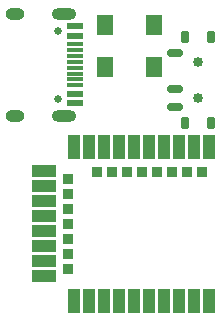
<source format=gbr>
%TF.GenerationSoftware,KiCad,Pcbnew,9.0.0*%
%TF.CreationDate,2025-08-18T16:34:53+09:00*%
%TF.ProjectId,SMORES,534d4f52-4553-42e6-9b69-6361645f7063,rev?*%
%TF.SameCoordinates,Original*%
%TF.FileFunction,Soldermask,Bot*%
%TF.FilePolarity,Negative*%
%FSLAX46Y46*%
G04 Gerber Fmt 4.6, Leading zero omitted, Abs format (unit mm)*
G04 Created by KiCad (PCBNEW 9.0.0) date 2025-08-18 16:34:53*
%MOMM*%
%LPD*%
G01*
G04 APERTURE LIST*
G04 Aperture macros list*
%AMRoundRect*
0 Rectangle with rounded corners*
0 $1 Rounding radius*
0 $2 $3 $4 $5 $6 $7 $8 $9 X,Y pos of 4 corners*
0 Add a 4 corners polygon primitive as box body*
4,1,4,$2,$3,$4,$5,$6,$7,$8,$9,$2,$3,0*
0 Add four circle primitives for the rounded corners*
1,1,$1+$1,$2,$3*
1,1,$1+$1,$4,$5*
1,1,$1+$1,$6,$7*
1,1,$1+$1,$8,$9*
0 Add four rect primitives between the rounded corners*
20,1,$1+$1,$2,$3,$4,$5,0*
20,1,$1+$1,$4,$5,$6,$7,0*
20,1,$1+$1,$6,$7,$8,$9,0*
20,1,$1+$1,$8,$9,$2,$3,0*%
G04 Aperture macros list end*
%ADD10C,0.850000*%
%ADD11RoundRect,0.150000X-0.500000X0.150000X-0.500000X-0.150000X0.500000X-0.150000X0.500000X0.150000X0*%
%ADD12RoundRect,0.175000X-0.175000X0.350000X-0.175000X-0.350000X0.175000X-0.350000X0.175000X0.350000X0*%
%ADD13R,1.350000X1.800000*%
%ADD14C,0.650000*%
%ADD15R,1.450000X0.600000*%
%ADD16R,1.450000X0.300000*%
%ADD17O,1.600000X1.000000*%
%ADD18O,2.100000X1.000000*%
%ADD19R,1.000000X2.000000*%
%ADD20R,2.000000X1.000000*%
%ADD21R,0.900000X0.900000*%
G04 APERTURE END LIST*
D10*
%TO.C,SW1*%
X183250000Y-80125000D03*
X183250000Y-83125000D03*
D11*
X181300000Y-79375000D03*
X181300000Y-82375000D03*
X181300000Y-83875000D03*
D12*
X184350000Y-77950000D03*
X182150000Y-77950000D03*
X184350000Y-85300000D03*
X182150000Y-85300000D03*
%TD*%
D13*
%TO.C,SW3*%
X175325000Y-77000000D03*
X179475000Y-77000000D03*
%TD*%
%TO.C,SW2*%
X175325000Y-80500000D03*
X179475000Y-80500000D03*
%TD*%
D14*
%TO.C,J1*%
X171350000Y-83220000D03*
X171350000Y-77440000D03*
D15*
X172795000Y-83580000D03*
X172795000Y-82780000D03*
D16*
X172795000Y-81580000D03*
X172795000Y-80580000D03*
X172795000Y-80080000D03*
X172795000Y-79080000D03*
D15*
X172795000Y-77880000D03*
X172795000Y-77080000D03*
X172795000Y-77080000D03*
X172795000Y-77880000D03*
D16*
X172795000Y-78580000D03*
X172795000Y-79580000D03*
X172795000Y-81080000D03*
X172795000Y-82080000D03*
D15*
X172795000Y-82780000D03*
X172795000Y-83580000D03*
D17*
X167700000Y-84650000D03*
D18*
X171880000Y-84650000D03*
D17*
X167700000Y-76010000D03*
D18*
X171880000Y-76010000D03*
%TD*%
D19*
%TO.C,U7*%
X184170000Y-100300000D03*
X182900000Y-100300000D03*
X181630000Y-100300000D03*
X180360000Y-100300000D03*
X179090000Y-100300000D03*
X177820000Y-100300000D03*
X176550000Y-100300000D03*
X175280000Y-100300000D03*
X174010000Y-100300000D03*
X172740000Y-100300000D03*
D20*
X170140000Y-98240000D03*
D21*
X172240000Y-97610000D03*
D20*
X170140000Y-96970000D03*
D21*
X172240000Y-96340000D03*
D20*
X170140000Y-95700000D03*
D21*
X172240000Y-95070000D03*
D20*
X170140000Y-94430000D03*
D21*
X172240000Y-93800000D03*
D20*
X170140000Y-93160000D03*
D21*
X172240000Y-92530000D03*
D20*
X170140000Y-91890000D03*
D21*
X172240000Y-91260000D03*
D20*
X170140000Y-90620000D03*
D21*
X172240000Y-89990000D03*
D20*
X170140000Y-89350000D03*
D19*
X172740000Y-87300000D03*
X174010000Y-87300000D03*
D21*
X174645000Y-89400000D03*
D19*
X175280000Y-87300000D03*
D21*
X175915000Y-89400000D03*
D19*
X176550000Y-87300000D03*
D21*
X177185000Y-89400000D03*
D19*
X177820000Y-87300000D03*
D21*
X178455000Y-89400000D03*
D19*
X179090000Y-87300000D03*
D21*
X179725000Y-89400000D03*
D19*
X180360000Y-87300000D03*
D21*
X180995000Y-89400000D03*
D19*
X181630000Y-87300000D03*
D21*
X182265000Y-89400000D03*
D19*
X182900000Y-87300000D03*
D21*
X183535000Y-89400000D03*
D19*
X184170000Y-87300000D03*
%TD*%
M02*

</source>
